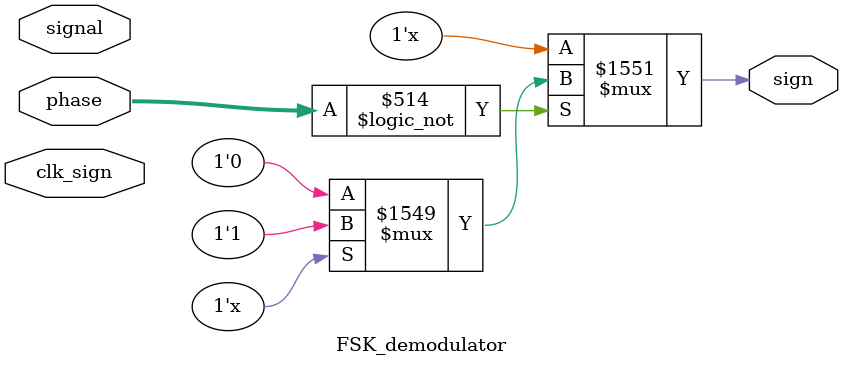
<source format=v>
module FSK_demodulator (
   input wire clk_sign,
   input wire [7:0] phase,
   input wire [7:0] signal,
   output reg sign
);

   reg signed [7:0] sin_table1 [0:255];
   reg signed [7:0] sin_table2 [0:255];
   reg signed [23:0] correlation1;
   reg signed [23:0] correlation2;

   initial begin
       sin_table1[0] = -1;
       sin_table1[1] = 3;
       sin_table1[2] = 6;
       sin_table1[3] = 9;
       sin_table1[4] = 12;
       sin_table1[5] = 15;
       sin_table1[6] = 18;
       sin_table1[7] = 21;
       sin_table1[8] = 24;
       sin_table1[9] = 28;
       sin_table1[10] = 31;
       sin_table1[11] = 34;
       sin_table1[12] = 37;
       sin_table1[13] = 40;
       sin_table1[14] = 43;
       sin_table1[15] = 46;
       sin_table1[16] = 48;
       sin_table1[17] = 51;
       sin_table1[18] = 54;
       sin_table1[19] = 57;
       sin_table1[20] = 60;
       sin_table1[21] = 63;
       sin_table1[22] = 65;
       sin_table1[23] = 68;
       sin_table1[24] = 71;
       sin_table1[25] = 73;
       sin_table1[26] = 76;
       sin_table1[27] = 78;
       sin_table1[28] = 81;
       sin_table1[29] = 83;
       sin_table1[30] = 85;
       sin_table1[31] = 88;
       sin_table1[32] = 90;
       sin_table1[33] = 92;
       sin_table1[34] = 94;
       sin_table1[35] = 96;
       sin_table1[36] = 98;
       sin_table1[37] = 100;
       sin_table1[38] = 102;
       sin_table1[39] = 104;
       sin_table1[40] = 106;
       sin_table1[41] = 108;
       sin_table1[42] = 109;
       sin_table1[43] = 111;
       sin_table1[44] = 112;
       sin_table1[45] = 114;
       sin_table1[46] = 115;
       sin_table1[47] = 117;
       sin_table1[48] = 118;
       sin_table1[49] = 119;
       sin_table1[50] = 120;
       sin_table1[51] = 121;
       sin_table1[52] = 122;
       sin_table1[53] = 123;
       sin_table1[54] = 124;
       sin_table1[55] = 124;
       sin_table1[56] = 125;
       sin_table1[57] = 126;
       sin_table1[58] = 126;
       sin_table1[59] = 127;
       sin_table1[60] = 127;
       sin_table1[61] = 127;
       sin_table1[62] = 127;
       sin_table1[63] = 127;
       sin_table1[64] = 127;
       sin_table1[65] = 127;
       sin_table1[66] = 127;
       sin_table1[67] = 127;
       sin_table1[68] = 127;
       sin_table1[69] = 127;
       sin_table1[70] = 126;
       sin_table1[71] = 126;
       sin_table1[72] = 125;
       sin_table1[73] = 124;
       sin_table1[74] = 124;
       sin_table1[75] = 123;
       sin_table1[76] = 122;
       sin_table1[77] = 121;
       sin_table1[78] = 120;
       sin_table1[79] = 119;
       sin_table1[80] = 118;
       sin_table1[81] = 117;
       sin_table1[82] = 115;
       sin_table1[83] = 114;
       sin_table1[84] = 112;
       sin_table1[85] = 111;
       sin_table1[86] = 109;
       sin_table1[87] = 108;
       sin_table1[88] = 106;
       sin_table1[89] = 104;
       sin_table1[90] = 102;
       sin_table1[91] = 100;
       sin_table1[92] = 98;
       sin_table1[93] = 96;
       sin_table1[94] = 94;
       sin_table1[95] = 92;
       sin_table1[96] = 90;
       sin_table1[97] = 88;
       sin_table1[98] = 85;
       sin_table1[99] = 83;
       sin_table1[100] = 81;
       sin_table1[101] = 78;
       sin_table1[102] = 76;
       sin_table1[103] = 73;
       sin_table1[104] = 71;
       sin_table1[105] = 68;
       sin_table1[106] = 65;
       sin_table1[107] = 63;
       sin_table1[108] = 60;
       sin_table1[109] = 57;
       sin_table1[110] = 54;
       sin_table1[111] = 51;
       sin_table1[112] = 48;
       sin_table1[113] = 46;
       sin_table1[114] = 43;
       sin_table1[115] = 40;
       sin_table1[116] = 37;
       sin_table1[117] = 34;
       sin_table1[118] = 31;
       sin_table1[119] = 28;
       sin_table1[120] = 24;
       sin_table1[121] = 21;
       sin_table1[122] = 18;
       sin_table1[123] = 15;
       sin_table1[124] = 12;
       sin_table1[125] = 9;
       sin_table1[126] = 6;
       sin_table1[127] = 3;
       sin_table1[128] = 0;
       sin_table1[129] = -4;
       sin_table1[130] = -7;
       sin_table1[131] = -10;
       sin_table1[132] = -13;
       sin_table1[133] = -16;
       sin_table1[134] = -19;
       sin_table1[135] = -22;
       sin_table1[136] = -25;
       sin_table1[137] = -29;
       sin_table1[138] = -32;
       sin_table1[139] = -35;
       sin_table1[140] = -38;
       sin_table1[141] = -41;
       sin_table1[142] = -44;
       sin_table1[143] = -47;
       sin_table1[144] = -49;
       sin_table1[145] = -52;
       sin_table1[146] = -55;
       sin_table1[147] = -58;
       sin_table1[148] = -61;
       sin_table1[149] = -64;
       sin_table1[150] = -66;
       sin_table1[151] = -69;
       sin_table1[152] = -72;
       sin_table1[153] = -74;
       sin_table1[154] = -77;
       sin_table1[155] = -79;
       sin_table1[156] = -82;
       sin_table1[157] = -84;
       sin_table1[158] = -86;
       sin_table1[159] = -89;
       sin_table1[160] = -91;
       sin_table1[161] = -93;
       sin_table1[162] = -95;
       sin_table1[163] = -97;
       sin_table1[164] = -99;
       sin_table1[165] = -101;
       sin_table1[166] = -103;
       sin_table1[167] = -105;
       sin_table1[168] = -107;
       sin_table1[169] = -109;
       sin_table1[170] = -110;
       sin_table1[171] = -112;
       sin_table1[172] = -113;
       sin_table1[173] = -115;
       sin_table1[174] = -116;
       sin_table1[175] = -118;
       sin_table1[176] = -119;
       sin_table1[177] = -120;
       sin_table1[178] = -121;
       sin_table1[179] = -122;
       sin_table1[180] = -123;
       sin_table1[181] = -124;
       sin_table1[182] = -125;
       sin_table1[183] = -125;
       sin_table1[184] = -126;
       sin_table1[185] = -127;
       sin_table1[186] = -127;
       sin_table1[187] = -128;
       sin_table1[188] = -128;
       sin_table1[189] = -128;
       sin_table1[190] = -128;
       sin_table1[191] = -128;
       sin_table1[192] = -129;
       sin_table1[193] = -128;
       sin_table1[194] = -128;
       sin_table1[195] = -128;
       sin_table1[196] = -128;
       sin_table1[197] = -128;
       sin_table1[198] = -127;
       sin_table1[199] = -127;
       sin_table1[200] = -126;
       sin_table1[201] = -125;
       sin_table1[202] = -125;
       sin_table1[203] = -124;
       sin_table1[204] = -123;
       sin_table1[205] = -122;
       sin_table1[206] = -121;
       sin_table1[207] = -120;
       sin_table1[208] = -119;
       sin_table1[209] = -118;
       sin_table1[210] = -116;
       sin_table1[211] = -115;
       sin_table1[212] = -113;
       sin_table1[213] = -112;
       sin_table1[214] = -110;
       sin_table1[215] = -109;
       sin_table1[216] = -107;
       sin_table1[217] = -105;
       sin_table1[218] = -103;
       sin_table1[219] = -101;
       sin_table1[220] = -99;
       sin_table1[221] = -97;
       sin_table1[222] = -95;
       sin_table1[223] = -93;
       sin_table1[224] = -91;
       sin_table1[225] = -89;
       sin_table1[226] = -86;
       sin_table1[227] = -84;
       sin_table1[228] = -82;
       sin_table1[229] = -79;
       sin_table1[230] = -77;
       sin_table1[231] = -74;
       sin_table1[232] = -72;
       sin_table1[233] = -69;
       sin_table1[234] = -66;
       sin_table1[235] = -64;
       sin_table1[236] = -61;
       sin_table1[237] = -58;
       sin_table1[238] = -55;
       sin_table1[239] = -52;
       sin_table1[240] = -49;
       sin_table1[241] = -47;
       sin_table1[242] = -44;
       sin_table1[243] = -41;
       sin_table1[244] = -38;
       sin_table1[245] = -35;
       sin_table1[246] = -32;
       sin_table1[247] = -29;
       sin_table1[248] = -25;
       sin_table1[249] = -22;
       sin_table1[250] = -19;
       sin_table1[251] = -16;
       sin_table1[252] = -13;
       sin_table1[253] = -10;
       sin_table1[254] = -7;
       sin_table1[255] = -4;

       sin_table2[0] = -1;
       sin_table2[1] = 6;
       sin_table2[2] = 12;
       sin_table2[3] = 18;
       sin_table2[4] = 24;
       sin_table2[5] = 31;
       sin_table2[6] = 37;
       sin_table2[7] = 43;
       sin_table2[8] = 48;
       sin_table2[9] = 54;
       sin_table2[10] = 60;
       sin_table2[11] = 65;
       sin_table2[12] = 71;
       sin_table2[13] = 76;
       sin_table2[14] = 81;
       sin_table2[15] = 85;
       sin_table2[16] = 90;
       sin_table2[17] = 94;
       sin_table2[18] = 98;
       sin_table2[19] = 102;
       sin_table2[20] = 106;
       sin_table2[21] = 109;
       sin_table2[22] = 112;
       sin_table2[23] = 115;
       sin_table2[24] = 118;
       sin_table2[25] = 120;
       sin_table2[26] = 122;
       sin_table2[27] = 124;
       sin_table2[28] = 125;
       sin_table2[29] = 126;
       sin_table2[30] = 127;
       sin_table2[31] = 127;
       sin_table2[32] = 127;
       sin_table2[33] = 127;
       sin_table2[34] = 127;
       sin_table2[35] = 126;
       sin_table2[36] = 125;
       sin_table2[37] = 124;
       sin_table2[38] = 122;
       sin_table2[39] = 120;
       sin_table2[40] = 118;
       sin_table2[41] = 115;
       sin_table2[42] = 112;
       sin_table2[43] = 109;
       sin_table2[44] = 106;
       sin_table2[45] = 102;
       sin_table2[46] = 98;
       sin_table2[47] = 94;
       sin_table2[48] = 90;
       sin_table2[49] = 85;
       sin_table2[50] = 81;
       sin_table2[51] = 76;
       sin_table2[52] = 71;
       sin_table2[53] = 65;
       sin_table2[54] = 60;
       sin_table2[55] = 54;
       sin_table2[56] = 48;
       sin_table2[57] = 43;
       sin_table2[58] = 37;
       sin_table2[59] = 31;
       sin_table2[60] = 24;
       sin_table2[61] = 18;
       sin_table2[62] = 12;
       sin_table2[63] = 6;
       sin_table2[64] = 0;
       sin_table2[65] = -7;
       sin_table2[66] = -13;
       sin_table2[67] = -19;
       sin_table2[68] = -25;
       sin_table2[69] = -32;
       sin_table2[70] = -38;
       sin_table2[71] = -44;
       sin_table2[72] = -49;
       sin_table2[73] = -55;
       sin_table2[74] = -61;
       sin_table2[75] = -66;
       sin_table2[76] = -72;
       sin_table2[77] = -77;
       sin_table2[78] = -82;
       sin_table2[79] = -86;
       sin_table2[80] = -91;
       sin_table2[81] = -95;
       sin_table2[82] = -99;
       sin_table2[83] = -103;
       sin_table2[84] = -107;
       sin_table2[85] = -110;
       sin_table2[86] = -113;
       sin_table2[87] = -116;
       sin_table2[88] = -119;
       sin_table2[89] = -121;
       sin_table2[90] = -123;
       sin_table2[91] = -125;
       sin_table2[92] = -126;
       sin_table2[93] = -127;
       sin_table2[94] = -128;
       sin_table2[95] = -128;
       sin_table2[96] = -129;
       sin_table2[97] = -128;
       sin_table2[98] = -128;
       sin_table2[99] = -127;
       sin_table2[100] = -126;
       sin_table2[101] = -125;
       sin_table2[102] = -123;
       sin_table2[103] = -121;
       sin_table2[104] = -119;
       sin_table2[105] = -116;
       sin_table2[106] = -113;
       sin_table2[107] = -110;
       sin_table2[108] = -107;
       sin_table2[109] = -103;
       sin_table2[110] = -99;
       sin_table2[111] = -95;
       sin_table2[112] = -91;
       sin_table2[113] = -86;
       sin_table2[114] = -82;
       sin_table2[115] = -77;
       sin_table2[116] = -72;
       sin_table2[117] = -66;
       sin_table2[118] = -61;
       sin_table2[119] = -55;
       sin_table2[120] = -49;
       sin_table2[121] = -44;
       sin_table2[122] = -38;
       sin_table2[123] = -32;
       sin_table2[124] = -25;
       sin_table2[125] = -19;
       sin_table2[126] = -13;
       sin_table2[127] = -7;
       sin_table2[128] = -1;
       sin_table2[129] = 6;
       sin_table2[130] = 12;
       sin_table2[131] = 18;
       sin_table2[132] = 24;
       sin_table2[133] = 31;
       sin_table2[134] = 37;
       sin_table2[135] = 43;
       sin_table2[136] = 48;
       sin_table2[137] = 54;
       sin_table2[138] = 60;
       sin_table2[139] = 65;
       sin_table2[140] = 71;
       sin_table2[141] = 76;
       sin_table2[142] = 81;
       sin_table2[143] = 85;
       sin_table2[144] = 90;
       sin_table2[145] = 94;
       sin_table2[146] = 98;
       sin_table2[147] = 102;
       sin_table2[148] = 106;
       sin_table2[149] = 109;
       sin_table2[150] = 112;
       sin_table2[151] = 115;
       sin_table2[152] = 118;
       sin_table2[153] = 120;
       sin_table2[154] = 122;
       sin_table2[155] = 124;
       sin_table2[156] = 125;
       sin_table2[157] = 126;
       sin_table2[158] = 127;
       sin_table2[159] = 127;
       sin_table2[160] = 127;
       sin_table2[161] = 127;
       sin_table2[162] = 127;
       sin_table2[163] = 126;
       sin_table2[164] = 125;
       sin_table2[165] = 124;
       sin_table2[166] = 122;
       sin_table2[167] = 120;
       sin_table2[168] = 118;
       sin_table2[169] = 115;
       sin_table2[170] = 112;
       sin_table2[171] = 109;
       sin_table2[172] = 106;
       sin_table2[173] = 102;
       sin_table2[174] = 98;
       sin_table2[175] = 94;
       sin_table2[176] = 90;
       sin_table2[177] = 85;
       sin_table2[178] = 81;
       sin_table2[179] = 76;
       sin_table2[180] = 71;
       sin_table2[181] = 65;
       sin_table2[182] = 60;
       sin_table2[183] = 54;
       sin_table2[184] = 48;
       sin_table2[185] = 43;
       sin_table2[186] = 37;
       sin_table2[187] = 31;
       sin_table2[188] = 24;
       sin_table2[189] = 18;
       sin_table2[190] = 12;
       sin_table2[191] = 6;
       sin_table2[192] = 0;
       sin_table2[193] = -7;
       sin_table2[194] = -13;
       sin_table2[195] = -19;
       sin_table2[196] = -25;
       sin_table2[197] = -32;
       sin_table2[198] = -38;
       sin_table2[199] = -44;
       sin_table2[200] = -49;
       sin_table2[201] = -55;
       sin_table2[202] = -61;
       sin_table2[203] = -66;
       sin_table2[204] = -72;
       sin_table2[205] = -77;
       sin_table2[206] = -82;
       sin_table2[207] = -86;
       sin_table2[208] = -91;
       sin_table2[209] = -95;
       sin_table2[210] = -99;
       sin_table2[211] = -103;
       sin_table2[212] = -107;
       sin_table2[213] = -110;
       sin_table2[214] = -113;
       sin_table2[215] = -116;
       sin_table2[216] = -119;
       sin_table2[217] = -121;
       sin_table2[218] = -123;
       sin_table2[219] = -125;
       sin_table2[220] = -126;
       sin_table2[221] = -127;
       sin_table2[222] = -128;
       sin_table2[223] = -128;
       sin_table2[224] = -129;
       sin_table2[225] = -128;
       sin_table2[226] = -128;
       sin_table2[227] = -127;
       sin_table2[228] = -126;
       sin_table2[229] = -125;
       sin_table2[230] = -123;
       sin_table2[231] = -121;
       sin_table2[232] = -119;
       sin_table2[233] = -116;
       sin_table2[234] = -113;
       sin_table2[235] = -110;
       sin_table2[236] = -107;
       sin_table2[237] = -103;
       sin_table2[238] = -99;
       sin_table2[239] = -95;
       sin_table2[240] = -91;
       sin_table2[241] = -86;
       sin_table2[242] = -82;
       sin_table2[243] = -77;
       sin_table2[244] = -72;
       sin_table2[245] = -66;
       sin_table2[246] = -61;
       sin_table2[247] = -55;
       sin_table2[248] = -49;
       sin_table2[249] = -44;
       sin_table2[250] = -38;
       sin_table2[251] = -32;
       sin_table2[252] = -25;
       sin_table2[253] = -19;
       sin_table2[254] = -13;
       sin_table2[255] = -7;
	 end

   always @(phase) begin
	//    clk_sign           sign    
       if (phase==0)begin
		  if (correlation1 > correlation2)
           sign <= 1;
       else
           sign <= 0;
       correlation1 <= 0; // 
       correlation2 <= 0; //
		  end
		  else begin
       //    phase    signal  ı仯          
       correlation1 = correlation1 + sin_table1[phase] * signal;
       correlation2 = correlation2 + sin_table2[phase] * signal;	 
		  end 
   end

endmodule
</source>
